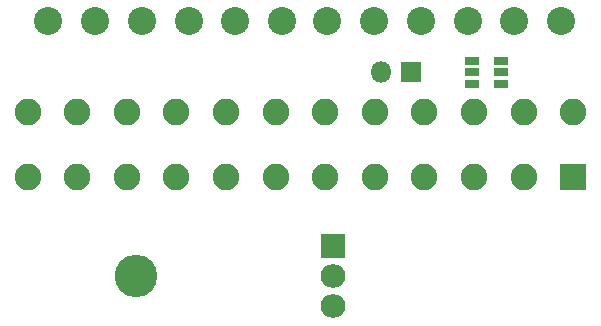
<source format=gbr>
%TF.GenerationSoftware,KiCad,Pcbnew,(5.1.6)-1*%
%TF.CreationDate,2022-11-08T14:58:38-05:00*%
%TF.ProjectId,PICO-AT,5049434f-2d41-4542-9e6b-696361645f70,rev?*%
%TF.SameCoordinates,Original*%
%TF.FileFunction,Soldermask,Top*%
%TF.FilePolarity,Negative*%
%FSLAX46Y46*%
G04 Gerber Fmt 4.6, Leading zero omitted, Abs format (unit mm)*
G04 Created by KiCad (PCBNEW (5.1.6)-1) date 2022-11-08 14:58:38*
%MOMM*%
%LPD*%
G01*
G04 APERTURE LIST*
%ADD10C,2.380000*%
%ADD11R,2.250000X2.250000*%
%ADD12C,2.250000*%
%ADD13O,3.600000X3.600000*%
%ADD14R,2.100000X2.005000*%
%ADD15O,2.100000X2.005000*%
%ADD16R,1.800000X1.800000*%
%ADD17O,1.800000X1.800000*%
%ADD18R,1.150000X0.650000*%
G04 APERTURE END LIST*
D10*
%TO.C,J1*%
X151130000Y-94488000D03*
X155090000Y-94488000D03*
X159050000Y-94488000D03*
X163010000Y-94488000D03*
X166970000Y-94488000D03*
X170930000Y-94488000D03*
%TD*%
%TO.C,J2*%
X147308000Y-94488000D03*
X143348000Y-94488000D03*
X139388000Y-94488000D03*
X135428000Y-94488000D03*
X131468000Y-94488000D03*
X127508000Y-94488000D03*
%TD*%
D11*
%TO.C,J3*%
X171958000Y-107696000D03*
D12*
X167758000Y-107696000D03*
X163558000Y-107696000D03*
X159358000Y-107696000D03*
X155158000Y-107696000D03*
X150958000Y-107696000D03*
X146758000Y-107696000D03*
X142558000Y-107696000D03*
X138358000Y-107696000D03*
X134158000Y-107696000D03*
X129958000Y-107696000D03*
X125758000Y-107696000D03*
X171958000Y-102196000D03*
X167758000Y-102196000D03*
X163558000Y-102196000D03*
X159358000Y-102196000D03*
X155158000Y-102196000D03*
X150958000Y-102196000D03*
X146758000Y-102196000D03*
X142558000Y-102196000D03*
X138358000Y-102196000D03*
X134158000Y-102196000D03*
X129958000Y-102196000D03*
X125758000Y-102196000D03*
%TD*%
D13*
%TO.C,U1*%
X134978000Y-116078000D03*
D14*
X151638000Y-113538000D03*
D15*
X151638000Y-116078000D03*
X151638000Y-118618000D03*
%TD*%
D16*
%TO.C,PWR*%
X158242000Y-98806000D03*
D17*
X155702000Y-98806000D03*
%TD*%
D18*
%TO.C,IC1*%
X163362000Y-97856000D03*
X163362000Y-98806000D03*
X163362000Y-99756000D03*
X165862000Y-99756000D03*
X165862000Y-98806000D03*
X165862000Y-97856000D03*
%TD*%
M02*

</source>
